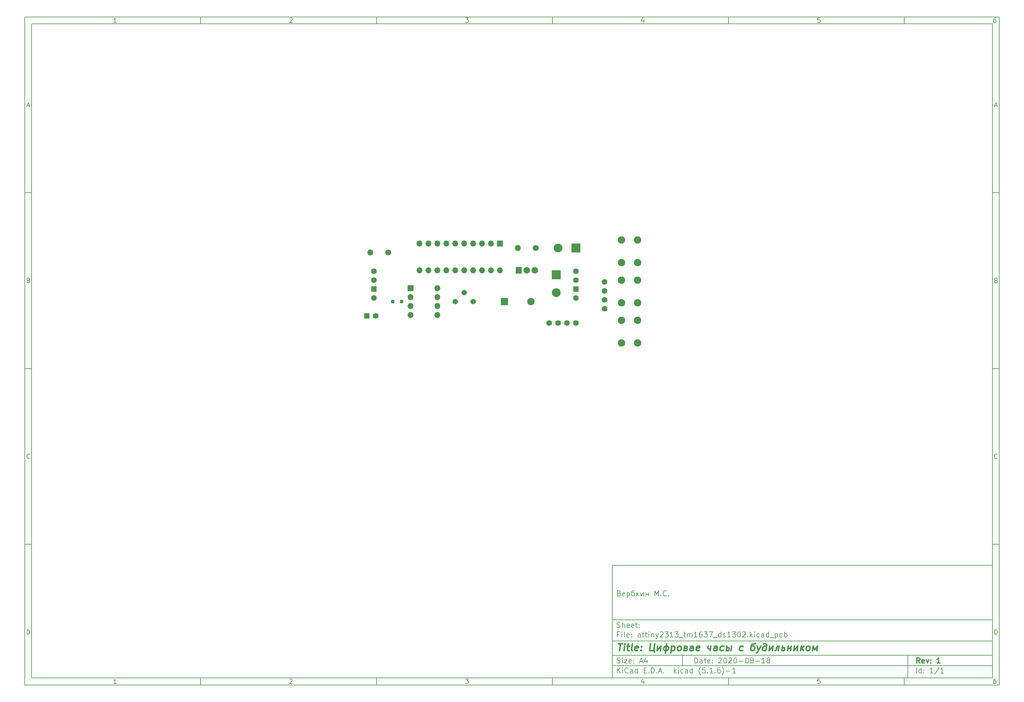
<source format=gbr>
%TF.GenerationSoftware,KiCad,Pcbnew,(5.1.6)-1*%
%TF.CreationDate,2020-08-18T15:16:32+05:00*%
%TF.ProjectId,attiny2313_tm1637_ds1302,61747469-6e79-4323-9331-335f746d3136,1*%
%TF.SameCoordinates,Original*%
%TF.FileFunction,Soldermask,Top*%
%TF.FilePolarity,Negative*%
%FSLAX46Y46*%
G04 Gerber Fmt 4.6, Leading zero omitted, Abs format (unit mm)*
G04 Created by KiCad (PCBNEW (5.1.6)-1) date 2020-08-18 15:16:32*
%MOMM*%
%LPD*%
G01*
G04 APERTURE LIST*
%ADD10C,0.100000*%
%ADD11C,0.150000*%
%ADD12C,0.300000*%
%ADD13C,0.400000*%
%ADD14C,1.624000*%
%ADD15R,1.624000X1.624000*%
%ADD16R,2.500000X2.500000*%
%ADD17O,2.500000X2.500000*%
%ADD18R,2.100000X2.100000*%
%ADD19C,2.100000*%
%ADD20C,1.540000*%
%ADD21O,1.700000X1.700000*%
%ADD22R,1.700000X1.700000*%
%ADD23C,1.100000*%
%ADD24C,1.700000*%
%ADD25R,1.814500X1.900000*%
%ADD26O,1.814500X1.900000*%
G04 APERTURE END LIST*
D10*
D11*
X177002200Y-166007200D02*
X177002200Y-198007200D01*
X285002200Y-198007200D01*
X285002200Y-166007200D01*
X177002200Y-166007200D01*
D10*
D11*
X10000000Y-10000000D02*
X10000000Y-200007200D01*
X287002200Y-200007200D01*
X287002200Y-10000000D01*
X10000000Y-10000000D01*
D10*
D11*
X12000000Y-12000000D02*
X12000000Y-198007200D01*
X285002200Y-198007200D01*
X285002200Y-12000000D01*
X12000000Y-12000000D01*
D10*
D11*
X60000000Y-12000000D02*
X60000000Y-10000000D01*
D10*
D11*
X110000000Y-12000000D02*
X110000000Y-10000000D01*
D10*
D11*
X160000000Y-12000000D02*
X160000000Y-10000000D01*
D10*
D11*
X210000000Y-12000000D02*
X210000000Y-10000000D01*
D10*
D11*
X260000000Y-12000000D02*
X260000000Y-10000000D01*
D10*
D11*
X36065476Y-11588095D02*
X35322619Y-11588095D01*
X35694047Y-11588095D02*
X35694047Y-10288095D01*
X35570238Y-10473809D01*
X35446428Y-10597619D01*
X35322619Y-10659523D01*
D10*
D11*
X85322619Y-10411904D02*
X85384523Y-10350000D01*
X85508333Y-10288095D01*
X85817857Y-10288095D01*
X85941666Y-10350000D01*
X86003571Y-10411904D01*
X86065476Y-10535714D01*
X86065476Y-10659523D01*
X86003571Y-10845238D01*
X85260714Y-11588095D01*
X86065476Y-11588095D01*
D10*
D11*
X135260714Y-10288095D02*
X136065476Y-10288095D01*
X135632142Y-10783333D01*
X135817857Y-10783333D01*
X135941666Y-10845238D01*
X136003571Y-10907142D01*
X136065476Y-11030952D01*
X136065476Y-11340476D01*
X136003571Y-11464285D01*
X135941666Y-11526190D01*
X135817857Y-11588095D01*
X135446428Y-11588095D01*
X135322619Y-11526190D01*
X135260714Y-11464285D01*
D10*
D11*
X185941666Y-10721428D02*
X185941666Y-11588095D01*
X185632142Y-10226190D02*
X185322619Y-11154761D01*
X186127380Y-11154761D01*
D10*
D11*
X236003571Y-10288095D02*
X235384523Y-10288095D01*
X235322619Y-10907142D01*
X235384523Y-10845238D01*
X235508333Y-10783333D01*
X235817857Y-10783333D01*
X235941666Y-10845238D01*
X236003571Y-10907142D01*
X236065476Y-11030952D01*
X236065476Y-11340476D01*
X236003571Y-11464285D01*
X235941666Y-11526190D01*
X235817857Y-11588095D01*
X235508333Y-11588095D01*
X235384523Y-11526190D01*
X235322619Y-11464285D01*
D10*
D11*
X285941666Y-10288095D02*
X285694047Y-10288095D01*
X285570238Y-10350000D01*
X285508333Y-10411904D01*
X285384523Y-10597619D01*
X285322619Y-10845238D01*
X285322619Y-11340476D01*
X285384523Y-11464285D01*
X285446428Y-11526190D01*
X285570238Y-11588095D01*
X285817857Y-11588095D01*
X285941666Y-11526190D01*
X286003571Y-11464285D01*
X286065476Y-11340476D01*
X286065476Y-11030952D01*
X286003571Y-10907142D01*
X285941666Y-10845238D01*
X285817857Y-10783333D01*
X285570238Y-10783333D01*
X285446428Y-10845238D01*
X285384523Y-10907142D01*
X285322619Y-11030952D01*
D10*
D11*
X60000000Y-198007200D02*
X60000000Y-200007200D01*
D10*
D11*
X110000000Y-198007200D02*
X110000000Y-200007200D01*
D10*
D11*
X160000000Y-198007200D02*
X160000000Y-200007200D01*
D10*
D11*
X210000000Y-198007200D02*
X210000000Y-200007200D01*
D10*
D11*
X260000000Y-198007200D02*
X260000000Y-200007200D01*
D10*
D11*
X36065476Y-199595295D02*
X35322619Y-199595295D01*
X35694047Y-199595295D02*
X35694047Y-198295295D01*
X35570238Y-198481009D01*
X35446428Y-198604819D01*
X35322619Y-198666723D01*
D10*
D11*
X85322619Y-198419104D02*
X85384523Y-198357200D01*
X85508333Y-198295295D01*
X85817857Y-198295295D01*
X85941666Y-198357200D01*
X86003571Y-198419104D01*
X86065476Y-198542914D01*
X86065476Y-198666723D01*
X86003571Y-198852438D01*
X85260714Y-199595295D01*
X86065476Y-199595295D01*
D10*
D11*
X135260714Y-198295295D02*
X136065476Y-198295295D01*
X135632142Y-198790533D01*
X135817857Y-198790533D01*
X135941666Y-198852438D01*
X136003571Y-198914342D01*
X136065476Y-199038152D01*
X136065476Y-199347676D01*
X136003571Y-199471485D01*
X135941666Y-199533390D01*
X135817857Y-199595295D01*
X135446428Y-199595295D01*
X135322619Y-199533390D01*
X135260714Y-199471485D01*
D10*
D11*
X185941666Y-198728628D02*
X185941666Y-199595295D01*
X185632142Y-198233390D02*
X185322619Y-199161961D01*
X186127380Y-199161961D01*
D10*
D11*
X236003571Y-198295295D02*
X235384523Y-198295295D01*
X235322619Y-198914342D01*
X235384523Y-198852438D01*
X235508333Y-198790533D01*
X235817857Y-198790533D01*
X235941666Y-198852438D01*
X236003571Y-198914342D01*
X236065476Y-199038152D01*
X236065476Y-199347676D01*
X236003571Y-199471485D01*
X235941666Y-199533390D01*
X235817857Y-199595295D01*
X235508333Y-199595295D01*
X235384523Y-199533390D01*
X235322619Y-199471485D01*
D10*
D11*
X285941666Y-198295295D02*
X285694047Y-198295295D01*
X285570238Y-198357200D01*
X285508333Y-198419104D01*
X285384523Y-198604819D01*
X285322619Y-198852438D01*
X285322619Y-199347676D01*
X285384523Y-199471485D01*
X285446428Y-199533390D01*
X285570238Y-199595295D01*
X285817857Y-199595295D01*
X285941666Y-199533390D01*
X286003571Y-199471485D01*
X286065476Y-199347676D01*
X286065476Y-199038152D01*
X286003571Y-198914342D01*
X285941666Y-198852438D01*
X285817857Y-198790533D01*
X285570238Y-198790533D01*
X285446428Y-198852438D01*
X285384523Y-198914342D01*
X285322619Y-199038152D01*
D10*
D11*
X10000000Y-60000000D02*
X12000000Y-60000000D01*
D10*
D11*
X10000000Y-110000000D02*
X12000000Y-110000000D01*
D10*
D11*
X10000000Y-160000000D02*
X12000000Y-160000000D01*
D10*
D11*
X10690476Y-35216666D02*
X11309523Y-35216666D01*
X10566666Y-35588095D02*
X11000000Y-34288095D01*
X11433333Y-35588095D01*
D10*
D11*
X11092857Y-84907142D02*
X11278571Y-84969047D01*
X11340476Y-85030952D01*
X11402380Y-85154761D01*
X11402380Y-85340476D01*
X11340476Y-85464285D01*
X11278571Y-85526190D01*
X11154761Y-85588095D01*
X10659523Y-85588095D01*
X10659523Y-84288095D01*
X11092857Y-84288095D01*
X11216666Y-84350000D01*
X11278571Y-84411904D01*
X11340476Y-84535714D01*
X11340476Y-84659523D01*
X11278571Y-84783333D01*
X11216666Y-84845238D01*
X11092857Y-84907142D01*
X10659523Y-84907142D01*
D10*
D11*
X11402380Y-135464285D02*
X11340476Y-135526190D01*
X11154761Y-135588095D01*
X11030952Y-135588095D01*
X10845238Y-135526190D01*
X10721428Y-135402380D01*
X10659523Y-135278571D01*
X10597619Y-135030952D01*
X10597619Y-134845238D01*
X10659523Y-134597619D01*
X10721428Y-134473809D01*
X10845238Y-134350000D01*
X11030952Y-134288095D01*
X11154761Y-134288095D01*
X11340476Y-134350000D01*
X11402380Y-134411904D01*
D10*
D11*
X10659523Y-185588095D02*
X10659523Y-184288095D01*
X10969047Y-184288095D01*
X11154761Y-184350000D01*
X11278571Y-184473809D01*
X11340476Y-184597619D01*
X11402380Y-184845238D01*
X11402380Y-185030952D01*
X11340476Y-185278571D01*
X11278571Y-185402380D01*
X11154761Y-185526190D01*
X10969047Y-185588095D01*
X10659523Y-185588095D01*
D10*
D11*
X287002200Y-60000000D02*
X285002200Y-60000000D01*
D10*
D11*
X287002200Y-110000000D02*
X285002200Y-110000000D01*
D10*
D11*
X287002200Y-160000000D02*
X285002200Y-160000000D01*
D10*
D11*
X285692676Y-35216666D02*
X286311723Y-35216666D01*
X285568866Y-35588095D02*
X286002200Y-34288095D01*
X286435533Y-35588095D01*
D10*
D11*
X286095057Y-84907142D02*
X286280771Y-84969047D01*
X286342676Y-85030952D01*
X286404580Y-85154761D01*
X286404580Y-85340476D01*
X286342676Y-85464285D01*
X286280771Y-85526190D01*
X286156961Y-85588095D01*
X285661723Y-85588095D01*
X285661723Y-84288095D01*
X286095057Y-84288095D01*
X286218866Y-84350000D01*
X286280771Y-84411904D01*
X286342676Y-84535714D01*
X286342676Y-84659523D01*
X286280771Y-84783333D01*
X286218866Y-84845238D01*
X286095057Y-84907142D01*
X285661723Y-84907142D01*
D10*
D11*
X286404580Y-135464285D02*
X286342676Y-135526190D01*
X286156961Y-135588095D01*
X286033152Y-135588095D01*
X285847438Y-135526190D01*
X285723628Y-135402380D01*
X285661723Y-135278571D01*
X285599819Y-135030952D01*
X285599819Y-134845238D01*
X285661723Y-134597619D01*
X285723628Y-134473809D01*
X285847438Y-134350000D01*
X286033152Y-134288095D01*
X286156961Y-134288095D01*
X286342676Y-134350000D01*
X286404580Y-134411904D01*
D10*
D11*
X285661723Y-185588095D02*
X285661723Y-184288095D01*
X285971247Y-184288095D01*
X286156961Y-184350000D01*
X286280771Y-184473809D01*
X286342676Y-184597619D01*
X286404580Y-184845238D01*
X286404580Y-185030952D01*
X286342676Y-185278571D01*
X286280771Y-185402380D01*
X286156961Y-185526190D01*
X285971247Y-185588095D01*
X285661723Y-185588095D01*
D10*
D11*
X200434342Y-193785771D02*
X200434342Y-192285771D01*
X200791485Y-192285771D01*
X201005771Y-192357200D01*
X201148628Y-192500057D01*
X201220057Y-192642914D01*
X201291485Y-192928628D01*
X201291485Y-193142914D01*
X201220057Y-193428628D01*
X201148628Y-193571485D01*
X201005771Y-193714342D01*
X200791485Y-193785771D01*
X200434342Y-193785771D01*
X202577200Y-193785771D02*
X202577200Y-193000057D01*
X202505771Y-192857200D01*
X202362914Y-192785771D01*
X202077200Y-192785771D01*
X201934342Y-192857200D01*
X202577200Y-193714342D02*
X202434342Y-193785771D01*
X202077200Y-193785771D01*
X201934342Y-193714342D01*
X201862914Y-193571485D01*
X201862914Y-193428628D01*
X201934342Y-193285771D01*
X202077200Y-193214342D01*
X202434342Y-193214342D01*
X202577200Y-193142914D01*
X203077200Y-192785771D02*
X203648628Y-192785771D01*
X203291485Y-192285771D02*
X203291485Y-193571485D01*
X203362914Y-193714342D01*
X203505771Y-193785771D01*
X203648628Y-193785771D01*
X204720057Y-193714342D02*
X204577200Y-193785771D01*
X204291485Y-193785771D01*
X204148628Y-193714342D01*
X204077200Y-193571485D01*
X204077200Y-193000057D01*
X204148628Y-192857200D01*
X204291485Y-192785771D01*
X204577200Y-192785771D01*
X204720057Y-192857200D01*
X204791485Y-193000057D01*
X204791485Y-193142914D01*
X204077200Y-193285771D01*
X205434342Y-193642914D02*
X205505771Y-193714342D01*
X205434342Y-193785771D01*
X205362914Y-193714342D01*
X205434342Y-193642914D01*
X205434342Y-193785771D01*
X205434342Y-192857200D02*
X205505771Y-192928628D01*
X205434342Y-193000057D01*
X205362914Y-192928628D01*
X205434342Y-192857200D01*
X205434342Y-193000057D01*
X207220057Y-192428628D02*
X207291485Y-192357200D01*
X207434342Y-192285771D01*
X207791485Y-192285771D01*
X207934342Y-192357200D01*
X208005771Y-192428628D01*
X208077200Y-192571485D01*
X208077200Y-192714342D01*
X208005771Y-192928628D01*
X207148628Y-193785771D01*
X208077200Y-193785771D01*
X209005771Y-192285771D02*
X209148628Y-192285771D01*
X209291485Y-192357200D01*
X209362914Y-192428628D01*
X209434342Y-192571485D01*
X209505771Y-192857200D01*
X209505771Y-193214342D01*
X209434342Y-193500057D01*
X209362914Y-193642914D01*
X209291485Y-193714342D01*
X209148628Y-193785771D01*
X209005771Y-193785771D01*
X208862914Y-193714342D01*
X208791485Y-193642914D01*
X208720057Y-193500057D01*
X208648628Y-193214342D01*
X208648628Y-192857200D01*
X208720057Y-192571485D01*
X208791485Y-192428628D01*
X208862914Y-192357200D01*
X209005771Y-192285771D01*
X210077200Y-192428628D02*
X210148628Y-192357200D01*
X210291485Y-192285771D01*
X210648628Y-192285771D01*
X210791485Y-192357200D01*
X210862914Y-192428628D01*
X210934342Y-192571485D01*
X210934342Y-192714342D01*
X210862914Y-192928628D01*
X210005771Y-193785771D01*
X210934342Y-193785771D01*
X211862914Y-192285771D02*
X212005771Y-192285771D01*
X212148628Y-192357200D01*
X212220057Y-192428628D01*
X212291485Y-192571485D01*
X212362914Y-192857200D01*
X212362914Y-193214342D01*
X212291485Y-193500057D01*
X212220057Y-193642914D01*
X212148628Y-193714342D01*
X212005771Y-193785771D01*
X211862914Y-193785771D01*
X211720057Y-193714342D01*
X211648628Y-193642914D01*
X211577200Y-193500057D01*
X211505771Y-193214342D01*
X211505771Y-192857200D01*
X211577200Y-192571485D01*
X211648628Y-192428628D01*
X211720057Y-192357200D01*
X211862914Y-192285771D01*
X213005771Y-193214342D02*
X214148628Y-193214342D01*
X215148628Y-192285771D02*
X215291485Y-192285771D01*
X215434342Y-192357200D01*
X215505771Y-192428628D01*
X215577200Y-192571485D01*
X215648628Y-192857200D01*
X215648628Y-193214342D01*
X215577200Y-193500057D01*
X215505771Y-193642914D01*
X215434342Y-193714342D01*
X215291485Y-193785771D01*
X215148628Y-193785771D01*
X215005771Y-193714342D01*
X214934342Y-193642914D01*
X214862914Y-193500057D01*
X214791485Y-193214342D01*
X214791485Y-192857200D01*
X214862914Y-192571485D01*
X214934342Y-192428628D01*
X215005771Y-192357200D01*
X215148628Y-192285771D01*
X216505771Y-192928628D02*
X216362914Y-192857200D01*
X216291485Y-192785771D01*
X216220057Y-192642914D01*
X216220057Y-192571485D01*
X216291485Y-192428628D01*
X216362914Y-192357200D01*
X216505771Y-192285771D01*
X216791485Y-192285771D01*
X216934342Y-192357200D01*
X217005771Y-192428628D01*
X217077200Y-192571485D01*
X217077200Y-192642914D01*
X217005771Y-192785771D01*
X216934342Y-192857200D01*
X216791485Y-192928628D01*
X216505771Y-192928628D01*
X216362914Y-193000057D01*
X216291485Y-193071485D01*
X216220057Y-193214342D01*
X216220057Y-193500057D01*
X216291485Y-193642914D01*
X216362914Y-193714342D01*
X216505771Y-193785771D01*
X216791485Y-193785771D01*
X216934342Y-193714342D01*
X217005771Y-193642914D01*
X217077200Y-193500057D01*
X217077200Y-193214342D01*
X217005771Y-193071485D01*
X216934342Y-193000057D01*
X216791485Y-192928628D01*
X217720057Y-193214342D02*
X218862914Y-193214342D01*
X220362914Y-193785771D02*
X219505771Y-193785771D01*
X219934342Y-193785771D02*
X219934342Y-192285771D01*
X219791485Y-192500057D01*
X219648628Y-192642914D01*
X219505771Y-192714342D01*
X221220057Y-192928628D02*
X221077200Y-192857200D01*
X221005771Y-192785771D01*
X220934342Y-192642914D01*
X220934342Y-192571485D01*
X221005771Y-192428628D01*
X221077200Y-192357200D01*
X221220057Y-192285771D01*
X221505771Y-192285771D01*
X221648628Y-192357200D01*
X221720057Y-192428628D01*
X221791485Y-192571485D01*
X221791485Y-192642914D01*
X221720057Y-192785771D01*
X221648628Y-192857200D01*
X221505771Y-192928628D01*
X221220057Y-192928628D01*
X221077200Y-193000057D01*
X221005771Y-193071485D01*
X220934342Y-193214342D01*
X220934342Y-193500057D01*
X221005771Y-193642914D01*
X221077200Y-193714342D01*
X221220057Y-193785771D01*
X221505771Y-193785771D01*
X221648628Y-193714342D01*
X221720057Y-193642914D01*
X221791485Y-193500057D01*
X221791485Y-193214342D01*
X221720057Y-193071485D01*
X221648628Y-193000057D01*
X221505771Y-192928628D01*
D10*
D11*
X177002200Y-194507200D02*
X285002200Y-194507200D01*
D10*
D11*
X178434342Y-196585771D02*
X178434342Y-195085771D01*
X179291485Y-196585771D02*
X178648628Y-195728628D01*
X179291485Y-195085771D02*
X178434342Y-195942914D01*
X179934342Y-196585771D02*
X179934342Y-195585771D01*
X179934342Y-195085771D02*
X179862914Y-195157200D01*
X179934342Y-195228628D01*
X180005771Y-195157200D01*
X179934342Y-195085771D01*
X179934342Y-195228628D01*
X181505771Y-196442914D02*
X181434342Y-196514342D01*
X181220057Y-196585771D01*
X181077200Y-196585771D01*
X180862914Y-196514342D01*
X180720057Y-196371485D01*
X180648628Y-196228628D01*
X180577200Y-195942914D01*
X180577200Y-195728628D01*
X180648628Y-195442914D01*
X180720057Y-195300057D01*
X180862914Y-195157200D01*
X181077200Y-195085771D01*
X181220057Y-195085771D01*
X181434342Y-195157200D01*
X181505771Y-195228628D01*
X182791485Y-196585771D02*
X182791485Y-195800057D01*
X182720057Y-195657200D01*
X182577200Y-195585771D01*
X182291485Y-195585771D01*
X182148628Y-195657200D01*
X182791485Y-196514342D02*
X182648628Y-196585771D01*
X182291485Y-196585771D01*
X182148628Y-196514342D01*
X182077200Y-196371485D01*
X182077200Y-196228628D01*
X182148628Y-196085771D01*
X182291485Y-196014342D01*
X182648628Y-196014342D01*
X182791485Y-195942914D01*
X184148628Y-196585771D02*
X184148628Y-195085771D01*
X184148628Y-196514342D02*
X184005771Y-196585771D01*
X183720057Y-196585771D01*
X183577200Y-196514342D01*
X183505771Y-196442914D01*
X183434342Y-196300057D01*
X183434342Y-195871485D01*
X183505771Y-195728628D01*
X183577200Y-195657200D01*
X183720057Y-195585771D01*
X184005771Y-195585771D01*
X184148628Y-195657200D01*
X186005771Y-195800057D02*
X186505771Y-195800057D01*
X186720057Y-196585771D02*
X186005771Y-196585771D01*
X186005771Y-195085771D01*
X186720057Y-195085771D01*
X187362914Y-196442914D02*
X187434342Y-196514342D01*
X187362914Y-196585771D01*
X187291485Y-196514342D01*
X187362914Y-196442914D01*
X187362914Y-196585771D01*
X188077200Y-196585771D02*
X188077200Y-195085771D01*
X188434342Y-195085771D01*
X188648628Y-195157200D01*
X188791485Y-195300057D01*
X188862914Y-195442914D01*
X188934342Y-195728628D01*
X188934342Y-195942914D01*
X188862914Y-196228628D01*
X188791485Y-196371485D01*
X188648628Y-196514342D01*
X188434342Y-196585771D01*
X188077200Y-196585771D01*
X189577200Y-196442914D02*
X189648628Y-196514342D01*
X189577200Y-196585771D01*
X189505771Y-196514342D01*
X189577200Y-196442914D01*
X189577200Y-196585771D01*
X190220057Y-196157200D02*
X190934342Y-196157200D01*
X190077200Y-196585771D02*
X190577200Y-195085771D01*
X191077200Y-196585771D01*
X191577200Y-196442914D02*
X191648628Y-196514342D01*
X191577200Y-196585771D01*
X191505771Y-196514342D01*
X191577200Y-196442914D01*
X191577200Y-196585771D01*
X194577200Y-196585771D02*
X194577200Y-195085771D01*
X194720057Y-196014342D02*
X195148628Y-196585771D01*
X195148628Y-195585771D02*
X194577200Y-196157200D01*
X195791485Y-196585771D02*
X195791485Y-195585771D01*
X195791485Y-195085771D02*
X195720057Y-195157200D01*
X195791485Y-195228628D01*
X195862914Y-195157200D01*
X195791485Y-195085771D01*
X195791485Y-195228628D01*
X197148628Y-196514342D02*
X197005771Y-196585771D01*
X196720057Y-196585771D01*
X196577200Y-196514342D01*
X196505771Y-196442914D01*
X196434342Y-196300057D01*
X196434342Y-195871485D01*
X196505771Y-195728628D01*
X196577200Y-195657200D01*
X196720057Y-195585771D01*
X197005771Y-195585771D01*
X197148628Y-195657200D01*
X198434342Y-196585771D02*
X198434342Y-195800057D01*
X198362914Y-195657200D01*
X198220057Y-195585771D01*
X197934342Y-195585771D01*
X197791485Y-195657200D01*
X198434342Y-196514342D02*
X198291485Y-196585771D01*
X197934342Y-196585771D01*
X197791485Y-196514342D01*
X197720057Y-196371485D01*
X197720057Y-196228628D01*
X197791485Y-196085771D01*
X197934342Y-196014342D01*
X198291485Y-196014342D01*
X198434342Y-195942914D01*
X199791485Y-196585771D02*
X199791485Y-195085771D01*
X199791485Y-196514342D02*
X199648628Y-196585771D01*
X199362914Y-196585771D01*
X199220057Y-196514342D01*
X199148628Y-196442914D01*
X199077200Y-196300057D01*
X199077200Y-195871485D01*
X199148628Y-195728628D01*
X199220057Y-195657200D01*
X199362914Y-195585771D01*
X199648628Y-195585771D01*
X199791485Y-195657200D01*
X202077200Y-197157200D02*
X202005771Y-197085771D01*
X201862914Y-196871485D01*
X201791485Y-196728628D01*
X201720057Y-196514342D01*
X201648628Y-196157200D01*
X201648628Y-195871485D01*
X201720057Y-195514342D01*
X201791485Y-195300057D01*
X201862914Y-195157200D01*
X202005771Y-194942914D01*
X202077200Y-194871485D01*
X203362914Y-195085771D02*
X202648628Y-195085771D01*
X202577200Y-195800057D01*
X202648628Y-195728628D01*
X202791485Y-195657200D01*
X203148628Y-195657200D01*
X203291485Y-195728628D01*
X203362914Y-195800057D01*
X203434342Y-195942914D01*
X203434342Y-196300057D01*
X203362914Y-196442914D01*
X203291485Y-196514342D01*
X203148628Y-196585771D01*
X202791485Y-196585771D01*
X202648628Y-196514342D01*
X202577200Y-196442914D01*
X204077200Y-196442914D02*
X204148628Y-196514342D01*
X204077200Y-196585771D01*
X204005771Y-196514342D01*
X204077200Y-196442914D01*
X204077200Y-196585771D01*
X205577200Y-196585771D02*
X204720057Y-196585771D01*
X205148628Y-196585771D02*
X205148628Y-195085771D01*
X205005771Y-195300057D01*
X204862914Y-195442914D01*
X204720057Y-195514342D01*
X206220057Y-196442914D02*
X206291485Y-196514342D01*
X206220057Y-196585771D01*
X206148628Y-196514342D01*
X206220057Y-196442914D01*
X206220057Y-196585771D01*
X207577200Y-195085771D02*
X207291485Y-195085771D01*
X207148628Y-195157200D01*
X207077200Y-195228628D01*
X206934342Y-195442914D01*
X206862914Y-195728628D01*
X206862914Y-196300057D01*
X206934342Y-196442914D01*
X207005771Y-196514342D01*
X207148628Y-196585771D01*
X207434342Y-196585771D01*
X207577200Y-196514342D01*
X207648628Y-196442914D01*
X207720057Y-196300057D01*
X207720057Y-195942914D01*
X207648628Y-195800057D01*
X207577200Y-195728628D01*
X207434342Y-195657200D01*
X207148628Y-195657200D01*
X207005771Y-195728628D01*
X206934342Y-195800057D01*
X206862914Y-195942914D01*
X208220057Y-197157200D02*
X208291485Y-197085771D01*
X208434342Y-196871485D01*
X208505771Y-196728628D01*
X208577200Y-196514342D01*
X208648628Y-196157200D01*
X208648628Y-195871485D01*
X208577200Y-195514342D01*
X208505771Y-195300057D01*
X208434342Y-195157200D01*
X208291485Y-194942914D01*
X208220057Y-194871485D01*
X209362914Y-196014342D02*
X210505771Y-196014342D01*
X212005771Y-196585771D02*
X211148628Y-196585771D01*
X211577200Y-196585771D02*
X211577200Y-195085771D01*
X211434342Y-195300057D01*
X211291485Y-195442914D01*
X211148628Y-195514342D01*
D10*
D11*
X177002200Y-191507200D02*
X285002200Y-191507200D01*
D10*
D12*
X264411485Y-193785771D02*
X263911485Y-193071485D01*
X263554342Y-193785771D02*
X263554342Y-192285771D01*
X264125771Y-192285771D01*
X264268628Y-192357200D01*
X264340057Y-192428628D01*
X264411485Y-192571485D01*
X264411485Y-192785771D01*
X264340057Y-192928628D01*
X264268628Y-193000057D01*
X264125771Y-193071485D01*
X263554342Y-193071485D01*
X265625771Y-193714342D02*
X265482914Y-193785771D01*
X265197200Y-193785771D01*
X265054342Y-193714342D01*
X264982914Y-193571485D01*
X264982914Y-193000057D01*
X265054342Y-192857200D01*
X265197200Y-192785771D01*
X265482914Y-192785771D01*
X265625771Y-192857200D01*
X265697200Y-193000057D01*
X265697200Y-193142914D01*
X264982914Y-193285771D01*
X266197200Y-192785771D02*
X266554342Y-193785771D01*
X266911485Y-192785771D01*
X267482914Y-193642914D02*
X267554342Y-193714342D01*
X267482914Y-193785771D01*
X267411485Y-193714342D01*
X267482914Y-193642914D01*
X267482914Y-193785771D01*
X267482914Y-192857200D02*
X267554342Y-192928628D01*
X267482914Y-193000057D01*
X267411485Y-192928628D01*
X267482914Y-192857200D01*
X267482914Y-193000057D01*
X270125771Y-193785771D02*
X269268628Y-193785771D01*
X269697200Y-193785771D02*
X269697200Y-192285771D01*
X269554342Y-192500057D01*
X269411485Y-192642914D01*
X269268628Y-192714342D01*
D10*
D11*
X178362914Y-193714342D02*
X178577200Y-193785771D01*
X178934342Y-193785771D01*
X179077200Y-193714342D01*
X179148628Y-193642914D01*
X179220057Y-193500057D01*
X179220057Y-193357200D01*
X179148628Y-193214342D01*
X179077200Y-193142914D01*
X178934342Y-193071485D01*
X178648628Y-193000057D01*
X178505771Y-192928628D01*
X178434342Y-192857200D01*
X178362914Y-192714342D01*
X178362914Y-192571485D01*
X178434342Y-192428628D01*
X178505771Y-192357200D01*
X178648628Y-192285771D01*
X179005771Y-192285771D01*
X179220057Y-192357200D01*
X179862914Y-193785771D02*
X179862914Y-192785771D01*
X179862914Y-192285771D02*
X179791485Y-192357200D01*
X179862914Y-192428628D01*
X179934342Y-192357200D01*
X179862914Y-192285771D01*
X179862914Y-192428628D01*
X180434342Y-192785771D02*
X181220057Y-192785771D01*
X180434342Y-193785771D01*
X181220057Y-193785771D01*
X182362914Y-193714342D02*
X182220057Y-193785771D01*
X181934342Y-193785771D01*
X181791485Y-193714342D01*
X181720057Y-193571485D01*
X181720057Y-193000057D01*
X181791485Y-192857200D01*
X181934342Y-192785771D01*
X182220057Y-192785771D01*
X182362914Y-192857200D01*
X182434342Y-193000057D01*
X182434342Y-193142914D01*
X181720057Y-193285771D01*
X183077200Y-193642914D02*
X183148628Y-193714342D01*
X183077200Y-193785771D01*
X183005771Y-193714342D01*
X183077200Y-193642914D01*
X183077200Y-193785771D01*
X183077200Y-192857200D02*
X183148628Y-192928628D01*
X183077200Y-193000057D01*
X183005771Y-192928628D01*
X183077200Y-192857200D01*
X183077200Y-193000057D01*
X184862914Y-193357200D02*
X185577200Y-193357200D01*
X184720057Y-193785771D02*
X185220057Y-192285771D01*
X185720057Y-193785771D01*
X186862914Y-192785771D02*
X186862914Y-193785771D01*
X186505771Y-192214342D02*
X186148628Y-193285771D01*
X187077200Y-193285771D01*
D10*
D11*
X263434342Y-196585771D02*
X263434342Y-195085771D01*
X264791485Y-196585771D02*
X264791485Y-195085771D01*
X264791485Y-196514342D02*
X264648628Y-196585771D01*
X264362914Y-196585771D01*
X264220057Y-196514342D01*
X264148628Y-196442914D01*
X264077200Y-196300057D01*
X264077200Y-195871485D01*
X264148628Y-195728628D01*
X264220057Y-195657200D01*
X264362914Y-195585771D01*
X264648628Y-195585771D01*
X264791485Y-195657200D01*
X265505771Y-196442914D02*
X265577200Y-196514342D01*
X265505771Y-196585771D01*
X265434342Y-196514342D01*
X265505771Y-196442914D01*
X265505771Y-196585771D01*
X265505771Y-195657200D02*
X265577200Y-195728628D01*
X265505771Y-195800057D01*
X265434342Y-195728628D01*
X265505771Y-195657200D01*
X265505771Y-195800057D01*
X268148628Y-196585771D02*
X267291485Y-196585771D01*
X267720057Y-196585771D02*
X267720057Y-195085771D01*
X267577200Y-195300057D01*
X267434342Y-195442914D01*
X267291485Y-195514342D01*
X269862914Y-195014342D02*
X268577200Y-196942914D01*
X271148628Y-196585771D02*
X270291485Y-196585771D01*
X270720057Y-196585771D02*
X270720057Y-195085771D01*
X270577200Y-195300057D01*
X270434342Y-195442914D01*
X270291485Y-195514342D01*
D10*
D11*
X177002200Y-187507200D02*
X285002200Y-187507200D01*
D10*
D13*
X178714580Y-188211961D02*
X179857438Y-188211961D01*
X179036009Y-190211961D02*
X179286009Y-188211961D01*
X180274104Y-190211961D02*
X180440771Y-188878628D01*
X180524104Y-188211961D02*
X180416961Y-188307200D01*
X180500295Y-188402438D01*
X180607438Y-188307200D01*
X180524104Y-188211961D01*
X180500295Y-188402438D01*
X181107438Y-188878628D02*
X181869342Y-188878628D01*
X181476485Y-188211961D02*
X181262200Y-189926247D01*
X181333628Y-190116723D01*
X181512200Y-190211961D01*
X181702676Y-190211961D01*
X182655057Y-190211961D02*
X182476485Y-190116723D01*
X182405057Y-189926247D01*
X182619342Y-188211961D01*
X184190771Y-190116723D02*
X183988390Y-190211961D01*
X183607438Y-190211961D01*
X183428866Y-190116723D01*
X183357438Y-189926247D01*
X183452676Y-189164342D01*
X183571723Y-188973866D01*
X183774104Y-188878628D01*
X184155057Y-188878628D01*
X184333628Y-188973866D01*
X184405057Y-189164342D01*
X184381247Y-189354819D01*
X183405057Y-189545295D01*
X185155057Y-190021485D02*
X185238390Y-190116723D01*
X185131247Y-190211961D01*
X185047914Y-190116723D01*
X185155057Y-190021485D01*
X185131247Y-190211961D01*
X185286009Y-188973866D02*
X185369342Y-189069104D01*
X185262200Y-189164342D01*
X185178866Y-189069104D01*
X185286009Y-188973866D01*
X185262200Y-189164342D01*
X189000295Y-188211961D02*
X188750295Y-190211961D01*
X187857438Y-188211961D02*
X187607438Y-190211961D01*
X188940771Y-190211961D01*
X188881247Y-190688152D01*
X189869342Y-188878628D02*
X189702676Y-190211961D01*
X190821723Y-188878628D01*
X190655057Y-190211961D01*
X192428866Y-188211961D02*
X192095533Y-190878628D01*
X192155057Y-188878628D02*
X192536009Y-188878628D01*
X192714580Y-188973866D01*
X192881247Y-189164342D01*
X192952676Y-189354819D01*
X192905057Y-189735771D01*
X192786009Y-189926247D01*
X192571723Y-190116723D01*
X192369342Y-190211961D01*
X191988390Y-190211961D01*
X191809819Y-190116723D01*
X191643152Y-189926247D01*
X191571723Y-189735771D01*
X191619342Y-189354819D01*
X191738390Y-189164342D01*
X191952676Y-188973866D01*
X192155057Y-188878628D01*
X193869342Y-188878628D02*
X193619342Y-190878628D01*
X193857438Y-188973866D02*
X194059819Y-188878628D01*
X194440771Y-188878628D01*
X194619342Y-188973866D01*
X194702676Y-189069104D01*
X194774104Y-189259580D01*
X194702676Y-189831009D01*
X194583628Y-190021485D01*
X194476485Y-190116723D01*
X194274104Y-190211961D01*
X193893152Y-190211961D01*
X193714580Y-190116723D01*
X195797914Y-190211961D02*
X195619342Y-190116723D01*
X195536009Y-190021485D01*
X195464580Y-189831009D01*
X195536009Y-189259580D01*
X195655057Y-189069104D01*
X195762200Y-188973866D01*
X195964580Y-188878628D01*
X196250295Y-188878628D01*
X196428866Y-188973866D01*
X196512200Y-189069104D01*
X196583628Y-189259580D01*
X196512200Y-189831009D01*
X196393152Y-190021485D01*
X196286009Y-190116723D01*
X196083628Y-190211961D01*
X195797914Y-190211961D01*
X197881247Y-189545295D02*
X198155057Y-189640533D01*
X198226485Y-189831009D01*
X198214580Y-189926247D01*
X198095533Y-190116723D01*
X197893152Y-190211961D01*
X197321723Y-190211961D01*
X197488390Y-188878628D01*
X197964580Y-188878628D01*
X198143152Y-188973866D01*
X198214580Y-189164342D01*
X198202676Y-189259580D01*
X198083628Y-189450057D01*
X197881247Y-189545295D01*
X197405057Y-189545295D01*
X199893152Y-190211961D02*
X200024104Y-189164342D01*
X199952676Y-188973866D01*
X199774104Y-188878628D01*
X199393152Y-188878628D01*
X199190771Y-188973866D01*
X199905057Y-190116723D02*
X199702676Y-190211961D01*
X199226485Y-190211961D01*
X199047914Y-190116723D01*
X198976485Y-189926247D01*
X199000295Y-189735771D01*
X199119342Y-189545295D01*
X199321723Y-189450057D01*
X199797914Y-189450057D01*
X200000295Y-189354819D01*
X201619342Y-190116723D02*
X201416961Y-190211961D01*
X201036009Y-190211961D01*
X200857438Y-190116723D01*
X200786009Y-189926247D01*
X200881247Y-189164342D01*
X201000295Y-188973866D01*
X201202676Y-188878628D01*
X201583628Y-188878628D01*
X201762200Y-188973866D01*
X201833628Y-189164342D01*
X201809819Y-189354819D01*
X200833628Y-189545295D01*
X204916961Y-188878628D02*
X204750295Y-190211961D01*
X204155057Y-188878628D02*
X204095533Y-189354819D01*
X204166961Y-189545295D01*
X204345533Y-189640533D01*
X204821723Y-189640533D01*
X206655057Y-190211961D02*
X206786009Y-189164342D01*
X206714580Y-188973866D01*
X206536009Y-188878628D01*
X206155057Y-188878628D01*
X205952676Y-188973866D01*
X206666961Y-190116723D02*
X206464580Y-190211961D01*
X205988390Y-190211961D01*
X205809819Y-190116723D01*
X205738390Y-189926247D01*
X205762200Y-189735771D01*
X205881247Y-189545295D01*
X206083628Y-189450057D01*
X206559819Y-189450057D01*
X206762200Y-189354819D01*
X208476485Y-190116723D02*
X208274104Y-190211961D01*
X207893152Y-190211961D01*
X207714580Y-190116723D01*
X207631247Y-190021485D01*
X207559819Y-189831009D01*
X207631247Y-189259580D01*
X207750295Y-189069104D01*
X207857438Y-188973866D01*
X208059819Y-188878628D01*
X208440771Y-188878628D01*
X208619342Y-188973866D01*
X210821723Y-188878628D02*
X210655057Y-190211961D01*
X209488390Y-188878628D02*
X209321723Y-190211961D01*
X209797914Y-190211961D01*
X210000295Y-190116723D01*
X210119342Y-189926247D01*
X210155057Y-189640533D01*
X210083628Y-189450057D01*
X209905057Y-189354819D01*
X209428866Y-189354819D01*
X214000295Y-190116723D02*
X213797914Y-190211961D01*
X213416961Y-190211961D01*
X213238390Y-190116723D01*
X213155057Y-190021485D01*
X213083628Y-189831009D01*
X213155057Y-189259580D01*
X213274104Y-189069104D01*
X213381247Y-188973866D01*
X213583628Y-188878628D01*
X213964580Y-188878628D01*
X214143152Y-188973866D01*
X217583628Y-188116723D02*
X217476485Y-188211961D01*
X217274104Y-188307200D01*
X216893152Y-188307200D01*
X216690771Y-188402438D01*
X216583628Y-188497676D01*
X216464580Y-188688152D01*
X216321723Y-189831009D01*
X216393152Y-190021485D01*
X216476485Y-190116723D01*
X216655057Y-190211961D01*
X216940771Y-190211961D01*
X217143152Y-190116723D01*
X217250295Y-190021485D01*
X217369342Y-189831009D01*
X217440771Y-189259580D01*
X217369342Y-189069104D01*
X217286009Y-188973866D01*
X217107438Y-188878628D01*
X216726485Y-188878628D01*
X216524104Y-188973866D01*
X216416961Y-189069104D01*
X218155057Y-188878628D02*
X218464580Y-190211961D01*
X219107438Y-188878628D02*
X218464580Y-190211961D01*
X218214580Y-190688152D01*
X218107438Y-190783390D01*
X217905057Y-190878628D01*
X220797914Y-189069104D02*
X220714580Y-188973866D01*
X220536009Y-188878628D01*
X220155057Y-188878628D01*
X219952676Y-188973866D01*
X219845533Y-189069104D01*
X219726485Y-189259580D01*
X219655057Y-189831009D01*
X219726485Y-190021485D01*
X219809819Y-190116723D01*
X219988390Y-190211961D01*
X220274104Y-190211961D01*
X220476485Y-190116723D01*
X220583628Y-190021485D01*
X220702676Y-189831009D01*
X220857438Y-188592914D01*
X220786009Y-188402438D01*
X220702676Y-188307200D01*
X220524104Y-188211961D01*
X220143152Y-188211961D01*
X219940771Y-188307200D01*
X221678866Y-188878628D02*
X221512200Y-190211961D01*
X222631247Y-188878628D01*
X222464580Y-190211961D01*
X224178866Y-190211961D02*
X224345533Y-188878628D01*
X224059819Y-188878628D01*
X223857438Y-188973866D01*
X223738390Y-189164342D01*
X223547914Y-189926247D01*
X223428866Y-190116723D01*
X223226485Y-190211961D01*
X225297914Y-188878628D02*
X225131247Y-190211961D01*
X225607438Y-190211961D01*
X225809819Y-190116723D01*
X225928866Y-189926247D01*
X225964580Y-189640533D01*
X225893152Y-189450057D01*
X225714580Y-189354819D01*
X225238390Y-189354819D01*
X226833628Y-189545295D02*
X227690771Y-189545295D01*
X226916961Y-188878628D02*
X226750295Y-190211961D01*
X227774104Y-188878628D02*
X227607438Y-190211961D01*
X228726485Y-188878628D02*
X228559819Y-190211961D01*
X229678866Y-188878628D01*
X229512199Y-190211961D01*
X230631247Y-188878628D02*
X230464580Y-190211961D01*
X230750295Y-189450057D02*
X231226485Y-190211961D01*
X231393152Y-188878628D02*
X230536009Y-189640533D01*
X232369342Y-190211961D02*
X232190771Y-190116723D01*
X232107438Y-190021485D01*
X232036009Y-189831009D01*
X232107438Y-189259580D01*
X232226485Y-189069104D01*
X232333628Y-188973866D01*
X232536009Y-188878628D01*
X232821723Y-188878628D01*
X233000295Y-188973866D01*
X233083628Y-189069104D01*
X233155057Y-189259580D01*
X233083628Y-189831009D01*
X232964580Y-190021485D01*
X232857438Y-190116723D01*
X232655057Y-190211961D01*
X232369342Y-190211961D01*
X233893152Y-190211961D02*
X234059819Y-188878628D01*
X234500295Y-189926247D01*
X235202676Y-188878628D01*
X235036009Y-190211961D01*
D10*
D11*
X178934342Y-185600057D02*
X178434342Y-185600057D01*
X178434342Y-186385771D02*
X178434342Y-184885771D01*
X179148628Y-184885771D01*
X179720057Y-186385771D02*
X179720057Y-185385771D01*
X179720057Y-184885771D02*
X179648628Y-184957200D01*
X179720057Y-185028628D01*
X179791485Y-184957200D01*
X179720057Y-184885771D01*
X179720057Y-185028628D01*
X180648628Y-186385771D02*
X180505771Y-186314342D01*
X180434342Y-186171485D01*
X180434342Y-184885771D01*
X181791485Y-186314342D02*
X181648628Y-186385771D01*
X181362914Y-186385771D01*
X181220057Y-186314342D01*
X181148628Y-186171485D01*
X181148628Y-185600057D01*
X181220057Y-185457200D01*
X181362914Y-185385771D01*
X181648628Y-185385771D01*
X181791485Y-185457200D01*
X181862914Y-185600057D01*
X181862914Y-185742914D01*
X181148628Y-185885771D01*
X182505771Y-186242914D02*
X182577200Y-186314342D01*
X182505771Y-186385771D01*
X182434342Y-186314342D01*
X182505771Y-186242914D01*
X182505771Y-186385771D01*
X182505771Y-185457200D02*
X182577200Y-185528628D01*
X182505771Y-185600057D01*
X182434342Y-185528628D01*
X182505771Y-185457200D01*
X182505771Y-185600057D01*
X185005771Y-186385771D02*
X185005771Y-185600057D01*
X184934342Y-185457200D01*
X184791485Y-185385771D01*
X184505771Y-185385771D01*
X184362914Y-185457200D01*
X185005771Y-186314342D02*
X184862914Y-186385771D01*
X184505771Y-186385771D01*
X184362914Y-186314342D01*
X184291485Y-186171485D01*
X184291485Y-186028628D01*
X184362914Y-185885771D01*
X184505771Y-185814342D01*
X184862914Y-185814342D01*
X185005771Y-185742914D01*
X185505771Y-185385771D02*
X186077200Y-185385771D01*
X185720057Y-184885771D02*
X185720057Y-186171485D01*
X185791485Y-186314342D01*
X185934342Y-186385771D01*
X186077200Y-186385771D01*
X186362914Y-185385771D02*
X186934342Y-185385771D01*
X186577200Y-184885771D02*
X186577200Y-186171485D01*
X186648628Y-186314342D01*
X186791485Y-186385771D01*
X186934342Y-186385771D01*
X187434342Y-186385771D02*
X187434342Y-185385771D01*
X187434342Y-184885771D02*
X187362914Y-184957200D01*
X187434342Y-185028628D01*
X187505771Y-184957200D01*
X187434342Y-184885771D01*
X187434342Y-185028628D01*
X188148628Y-185385771D02*
X188148628Y-186385771D01*
X188148628Y-185528628D02*
X188220057Y-185457200D01*
X188362914Y-185385771D01*
X188577200Y-185385771D01*
X188720057Y-185457200D01*
X188791485Y-185600057D01*
X188791485Y-186385771D01*
X189362914Y-185385771D02*
X189720057Y-186385771D01*
X190077200Y-185385771D02*
X189720057Y-186385771D01*
X189577200Y-186742914D01*
X189505771Y-186814342D01*
X189362914Y-186885771D01*
X190577200Y-185028628D02*
X190648628Y-184957200D01*
X190791485Y-184885771D01*
X191148628Y-184885771D01*
X191291485Y-184957200D01*
X191362914Y-185028628D01*
X191434342Y-185171485D01*
X191434342Y-185314342D01*
X191362914Y-185528628D01*
X190505771Y-186385771D01*
X191434342Y-186385771D01*
X191934342Y-184885771D02*
X192862914Y-184885771D01*
X192362914Y-185457200D01*
X192577200Y-185457200D01*
X192720057Y-185528628D01*
X192791485Y-185600057D01*
X192862914Y-185742914D01*
X192862914Y-186100057D01*
X192791485Y-186242914D01*
X192720057Y-186314342D01*
X192577200Y-186385771D01*
X192148628Y-186385771D01*
X192005771Y-186314342D01*
X191934342Y-186242914D01*
X194291485Y-186385771D02*
X193434342Y-186385771D01*
X193862914Y-186385771D02*
X193862914Y-184885771D01*
X193720057Y-185100057D01*
X193577200Y-185242914D01*
X193434342Y-185314342D01*
X194791485Y-184885771D02*
X195720057Y-184885771D01*
X195220057Y-185457200D01*
X195434342Y-185457200D01*
X195577200Y-185528628D01*
X195648628Y-185600057D01*
X195720057Y-185742914D01*
X195720057Y-186100057D01*
X195648628Y-186242914D01*
X195577200Y-186314342D01*
X195434342Y-186385771D01*
X195005771Y-186385771D01*
X194862914Y-186314342D01*
X194791485Y-186242914D01*
X196005771Y-186528628D02*
X197148628Y-186528628D01*
X197291485Y-185385771D02*
X197862914Y-185385771D01*
X197505771Y-184885771D02*
X197505771Y-186171485D01*
X197577200Y-186314342D01*
X197720057Y-186385771D01*
X197862914Y-186385771D01*
X198362914Y-186385771D02*
X198362914Y-185385771D01*
X198362914Y-185528628D02*
X198434342Y-185457200D01*
X198577200Y-185385771D01*
X198791485Y-185385771D01*
X198934342Y-185457200D01*
X199005771Y-185600057D01*
X199005771Y-186385771D01*
X199005771Y-185600057D02*
X199077200Y-185457200D01*
X199220057Y-185385771D01*
X199434342Y-185385771D01*
X199577200Y-185457200D01*
X199648628Y-185600057D01*
X199648628Y-186385771D01*
X201148628Y-186385771D02*
X200291485Y-186385771D01*
X200720057Y-186385771D02*
X200720057Y-184885771D01*
X200577200Y-185100057D01*
X200434342Y-185242914D01*
X200291485Y-185314342D01*
X202434342Y-184885771D02*
X202148628Y-184885771D01*
X202005771Y-184957200D01*
X201934342Y-185028628D01*
X201791485Y-185242914D01*
X201720057Y-185528628D01*
X201720057Y-186100057D01*
X201791485Y-186242914D01*
X201862914Y-186314342D01*
X202005771Y-186385771D01*
X202291485Y-186385771D01*
X202434342Y-186314342D01*
X202505771Y-186242914D01*
X202577200Y-186100057D01*
X202577200Y-185742914D01*
X202505771Y-185600057D01*
X202434342Y-185528628D01*
X202291485Y-185457200D01*
X202005771Y-185457200D01*
X201862914Y-185528628D01*
X201791485Y-185600057D01*
X201720057Y-185742914D01*
X203077200Y-184885771D02*
X204005771Y-184885771D01*
X203505771Y-185457200D01*
X203720057Y-185457200D01*
X203862914Y-185528628D01*
X203934342Y-185600057D01*
X204005771Y-185742914D01*
X204005771Y-186100057D01*
X203934342Y-186242914D01*
X203862914Y-186314342D01*
X203720057Y-186385771D01*
X203291485Y-186385771D01*
X203148628Y-186314342D01*
X203077200Y-186242914D01*
X204505771Y-184885771D02*
X205505771Y-184885771D01*
X204862914Y-186385771D01*
X205720057Y-186528628D02*
X206862914Y-186528628D01*
X207862914Y-186385771D02*
X207862914Y-184885771D01*
X207862914Y-186314342D02*
X207720057Y-186385771D01*
X207434342Y-186385771D01*
X207291485Y-186314342D01*
X207220057Y-186242914D01*
X207148628Y-186100057D01*
X207148628Y-185671485D01*
X207220057Y-185528628D01*
X207291485Y-185457200D01*
X207434342Y-185385771D01*
X207720057Y-185385771D01*
X207862914Y-185457200D01*
X208505771Y-186314342D02*
X208648628Y-186385771D01*
X208934342Y-186385771D01*
X209077200Y-186314342D01*
X209148628Y-186171485D01*
X209148628Y-186100057D01*
X209077200Y-185957200D01*
X208934342Y-185885771D01*
X208720057Y-185885771D01*
X208577200Y-185814342D01*
X208505771Y-185671485D01*
X208505771Y-185600057D01*
X208577200Y-185457200D01*
X208720057Y-185385771D01*
X208934342Y-185385771D01*
X209077200Y-185457200D01*
X210577200Y-186385771D02*
X209720057Y-186385771D01*
X210148628Y-186385771D02*
X210148628Y-184885771D01*
X210005771Y-185100057D01*
X209862914Y-185242914D01*
X209720057Y-185314342D01*
X211077200Y-184885771D02*
X212005771Y-184885771D01*
X211505771Y-185457200D01*
X211720057Y-185457200D01*
X211862914Y-185528628D01*
X211934342Y-185600057D01*
X212005771Y-185742914D01*
X212005771Y-186100057D01*
X211934342Y-186242914D01*
X211862914Y-186314342D01*
X211720057Y-186385771D01*
X211291485Y-186385771D01*
X211148628Y-186314342D01*
X211077200Y-186242914D01*
X212934342Y-184885771D02*
X213077200Y-184885771D01*
X213220057Y-184957200D01*
X213291485Y-185028628D01*
X213362914Y-185171485D01*
X213434342Y-185457200D01*
X213434342Y-185814342D01*
X213362914Y-186100057D01*
X213291485Y-186242914D01*
X213220057Y-186314342D01*
X213077200Y-186385771D01*
X212934342Y-186385771D01*
X212791485Y-186314342D01*
X212720057Y-186242914D01*
X212648628Y-186100057D01*
X212577200Y-185814342D01*
X212577200Y-185457200D01*
X212648628Y-185171485D01*
X212720057Y-185028628D01*
X212791485Y-184957200D01*
X212934342Y-184885771D01*
X214005771Y-185028628D02*
X214077200Y-184957200D01*
X214220057Y-184885771D01*
X214577200Y-184885771D01*
X214720057Y-184957200D01*
X214791485Y-185028628D01*
X214862914Y-185171485D01*
X214862914Y-185314342D01*
X214791485Y-185528628D01*
X213934342Y-186385771D01*
X214862914Y-186385771D01*
X215505771Y-186242914D02*
X215577200Y-186314342D01*
X215505771Y-186385771D01*
X215434342Y-186314342D01*
X215505771Y-186242914D01*
X215505771Y-186385771D01*
X216220057Y-186385771D02*
X216220057Y-184885771D01*
X216362914Y-185814342D02*
X216791485Y-186385771D01*
X216791485Y-185385771D02*
X216220057Y-185957200D01*
X217434342Y-186385771D02*
X217434342Y-185385771D01*
X217434342Y-184885771D02*
X217362914Y-184957200D01*
X217434342Y-185028628D01*
X217505771Y-184957200D01*
X217434342Y-184885771D01*
X217434342Y-185028628D01*
X218791485Y-186314342D02*
X218648628Y-186385771D01*
X218362914Y-186385771D01*
X218220057Y-186314342D01*
X218148628Y-186242914D01*
X218077200Y-186100057D01*
X218077200Y-185671485D01*
X218148628Y-185528628D01*
X218220057Y-185457200D01*
X218362914Y-185385771D01*
X218648628Y-185385771D01*
X218791485Y-185457200D01*
X220077200Y-186385771D02*
X220077200Y-185600057D01*
X220005771Y-185457200D01*
X219862914Y-185385771D01*
X219577200Y-185385771D01*
X219434342Y-185457200D01*
X220077200Y-186314342D02*
X219934342Y-186385771D01*
X219577200Y-186385771D01*
X219434342Y-186314342D01*
X219362914Y-186171485D01*
X219362914Y-186028628D01*
X219434342Y-185885771D01*
X219577200Y-185814342D01*
X219934342Y-185814342D01*
X220077200Y-185742914D01*
X221434342Y-186385771D02*
X221434342Y-184885771D01*
X221434342Y-186314342D02*
X221291485Y-186385771D01*
X221005771Y-186385771D01*
X220862914Y-186314342D01*
X220791485Y-186242914D01*
X220720057Y-186100057D01*
X220720057Y-185671485D01*
X220791485Y-185528628D01*
X220862914Y-185457200D01*
X221005771Y-185385771D01*
X221291485Y-185385771D01*
X221434342Y-185457200D01*
X221791485Y-186528628D02*
X222934342Y-186528628D01*
X223291485Y-185385771D02*
X223291485Y-186885771D01*
X223291485Y-185457200D02*
X223434342Y-185385771D01*
X223720057Y-185385771D01*
X223862914Y-185457200D01*
X223934342Y-185528628D01*
X224005771Y-185671485D01*
X224005771Y-186100057D01*
X223934342Y-186242914D01*
X223862914Y-186314342D01*
X223720057Y-186385771D01*
X223434342Y-186385771D01*
X223291485Y-186314342D01*
X225291485Y-186314342D02*
X225148628Y-186385771D01*
X224862914Y-186385771D01*
X224720057Y-186314342D01*
X224648628Y-186242914D01*
X224577200Y-186100057D01*
X224577200Y-185671485D01*
X224648628Y-185528628D01*
X224720057Y-185457200D01*
X224862914Y-185385771D01*
X225148628Y-185385771D01*
X225291485Y-185457200D01*
X225934342Y-186385771D02*
X225934342Y-184885771D01*
X225934342Y-185457200D02*
X226077200Y-185385771D01*
X226362914Y-185385771D01*
X226505771Y-185457200D01*
X226577200Y-185528628D01*
X226648628Y-185671485D01*
X226648628Y-186100057D01*
X226577200Y-186242914D01*
X226505771Y-186314342D01*
X226362914Y-186385771D01*
X226077200Y-186385771D01*
X225934342Y-186314342D01*
D10*
D11*
X177002200Y-181507200D02*
X285002200Y-181507200D01*
D10*
D11*
X178362914Y-183614342D02*
X178577200Y-183685771D01*
X178934342Y-183685771D01*
X179077200Y-183614342D01*
X179148628Y-183542914D01*
X179220057Y-183400057D01*
X179220057Y-183257200D01*
X179148628Y-183114342D01*
X179077200Y-183042914D01*
X178934342Y-182971485D01*
X178648628Y-182900057D01*
X178505771Y-182828628D01*
X178434342Y-182757200D01*
X178362914Y-182614342D01*
X178362914Y-182471485D01*
X178434342Y-182328628D01*
X178505771Y-182257200D01*
X178648628Y-182185771D01*
X179005771Y-182185771D01*
X179220057Y-182257200D01*
X179862914Y-183685771D02*
X179862914Y-182185771D01*
X180505771Y-183685771D02*
X180505771Y-182900057D01*
X180434342Y-182757200D01*
X180291485Y-182685771D01*
X180077200Y-182685771D01*
X179934342Y-182757200D01*
X179862914Y-182828628D01*
X181791485Y-183614342D02*
X181648628Y-183685771D01*
X181362914Y-183685771D01*
X181220057Y-183614342D01*
X181148628Y-183471485D01*
X181148628Y-182900057D01*
X181220057Y-182757200D01*
X181362914Y-182685771D01*
X181648628Y-182685771D01*
X181791485Y-182757200D01*
X181862914Y-182900057D01*
X181862914Y-183042914D01*
X181148628Y-183185771D01*
X183077200Y-183614342D02*
X182934342Y-183685771D01*
X182648628Y-183685771D01*
X182505771Y-183614342D01*
X182434342Y-183471485D01*
X182434342Y-182900057D01*
X182505771Y-182757200D01*
X182648628Y-182685771D01*
X182934342Y-182685771D01*
X183077200Y-182757200D01*
X183148628Y-182900057D01*
X183148628Y-183042914D01*
X182434342Y-183185771D01*
X183577200Y-182685771D02*
X184148628Y-182685771D01*
X183791485Y-182185771D02*
X183791485Y-183471485D01*
X183862914Y-183614342D01*
X184005771Y-183685771D01*
X184148628Y-183685771D01*
X184648628Y-183542914D02*
X184720057Y-183614342D01*
X184648628Y-183685771D01*
X184577200Y-183614342D01*
X184648628Y-183542914D01*
X184648628Y-183685771D01*
X184648628Y-182757200D02*
X184720057Y-182828628D01*
X184648628Y-182900057D01*
X184577200Y-182828628D01*
X184648628Y-182757200D01*
X184648628Y-182900057D01*
D10*
D11*
X178934342Y-173900057D02*
X179148628Y-173971485D01*
X179220057Y-174042914D01*
X179291485Y-174185771D01*
X179291485Y-174400057D01*
X179220057Y-174542914D01*
X179148628Y-174614342D01*
X179005771Y-174685771D01*
X178434342Y-174685771D01*
X178434342Y-173185771D01*
X178934342Y-173185771D01*
X179077200Y-173257200D01*
X179148628Y-173328628D01*
X179220057Y-173471485D01*
X179220057Y-173614342D01*
X179148628Y-173757200D01*
X179077200Y-173828628D01*
X178934342Y-173900057D01*
X178434342Y-173900057D01*
X180505771Y-174614342D02*
X180362914Y-174685771D01*
X180077200Y-174685771D01*
X179934342Y-174614342D01*
X179862914Y-174471485D01*
X179862914Y-173900057D01*
X179934342Y-173757200D01*
X180077200Y-173685771D01*
X180362914Y-173685771D01*
X180505771Y-173757200D01*
X180577200Y-173900057D01*
X180577200Y-174042914D01*
X179862914Y-174185771D01*
X181220057Y-173685771D02*
X181220057Y-175185771D01*
X181220057Y-173757200D02*
X181362914Y-173685771D01*
X181648628Y-173685771D01*
X181791485Y-173757200D01*
X181862914Y-173828628D01*
X181934342Y-173971485D01*
X181934342Y-174400057D01*
X181862914Y-174542914D01*
X181791485Y-174614342D01*
X181648628Y-174685771D01*
X181362914Y-174685771D01*
X181220057Y-174614342D01*
X183291485Y-173114342D02*
X183220057Y-173185771D01*
X183077200Y-173257200D01*
X182791485Y-173257200D01*
X182648628Y-173328628D01*
X182577200Y-173400057D01*
X182505771Y-173542914D01*
X182505771Y-174400057D01*
X182577200Y-174542914D01*
X182648628Y-174614342D01*
X182791485Y-174685771D01*
X183005771Y-174685771D01*
X183148628Y-174614342D01*
X183220057Y-174542914D01*
X183291485Y-174400057D01*
X183291485Y-173971485D01*
X183220057Y-173828628D01*
X183148628Y-173757200D01*
X183005771Y-173685771D01*
X182720057Y-173685771D01*
X182577200Y-173757200D01*
X182505771Y-173828628D01*
X183934342Y-173685771D02*
X183934342Y-174685771D01*
X184077200Y-174114342D02*
X184505771Y-174685771D01*
X184505771Y-173685771D02*
X183934342Y-174257200D01*
X185148628Y-173685771D02*
X185148628Y-174685771D01*
X185862914Y-173685771D01*
X185862914Y-174685771D01*
X186577200Y-174185771D02*
X187220057Y-174185771D01*
X186577200Y-173685771D02*
X186577200Y-174685771D01*
X187220057Y-173685771D02*
X187220057Y-174685771D01*
X189077200Y-174685771D02*
X189077200Y-173185771D01*
X189577200Y-174257200D01*
X190077200Y-173185771D01*
X190077200Y-174685771D01*
X190791485Y-174542914D02*
X190862914Y-174614342D01*
X190791485Y-174685771D01*
X190720057Y-174614342D01*
X190791485Y-174542914D01*
X190791485Y-174685771D01*
X192362914Y-174542914D02*
X192291485Y-174614342D01*
X192077200Y-174685771D01*
X191934342Y-174685771D01*
X191720057Y-174614342D01*
X191577200Y-174471485D01*
X191505771Y-174328628D01*
X191434342Y-174042914D01*
X191434342Y-173828628D01*
X191505771Y-173542914D01*
X191577200Y-173400057D01*
X191720057Y-173257200D01*
X191934342Y-173185771D01*
X192077200Y-173185771D01*
X192291485Y-173257200D01*
X192362914Y-173328628D01*
X193005771Y-174542914D02*
X193077200Y-174614342D01*
X193005771Y-174685771D01*
X192934342Y-174614342D01*
X193005771Y-174542914D01*
X193005771Y-174685771D01*
D10*
D11*
X197002200Y-191507200D02*
X197002200Y-194507200D01*
D10*
D11*
X261002200Y-191507200D02*
X261002200Y-198007200D01*
D14*
%TO.C,U3*%
X109220000Y-84836000D03*
X109220000Y-89916000D03*
D15*
X109220000Y-87376000D03*
D14*
X109220000Y-82296000D03*
X166624000Y-82296000D03*
X166624000Y-84836000D03*
D15*
X166624000Y-87376000D03*
D14*
X166624000Y-89916000D03*
%TD*%
%TO.C,J3*%
X174752000Y-85344000D03*
X174752000Y-87884000D03*
X174752000Y-90424000D03*
X174752000Y-92964000D03*
%TD*%
%TO.C,J2*%
X166624000Y-97028000D03*
X164084000Y-97028000D03*
X161544000Y-97028000D03*
X159004000Y-97028000D03*
%TD*%
D15*
%TO.C,J1*%
X107188000Y-94996000D03*
D14*
X109728000Y-94996000D03*
%TD*%
D16*
%TO.C,D2*%
X161036000Y-83312000D03*
D17*
X161036000Y-88392000D03*
%TD*%
D16*
%TO.C,D1*%
X166624000Y-75692000D03*
D17*
X161544000Y-75692000D03*
%TD*%
D18*
%TO.C,BZ1*%
X146304000Y-90932000D03*
D19*
X153904000Y-90932000D03*
%TD*%
D20*
%TO.C,R3*%
X137414000Y-90932000D03*
X134874000Y-88392000D03*
X132334000Y-90932000D03*
%TD*%
D19*
%TO.C,SW_1*%
X184150000Y-79906000D03*
X179650000Y-79906000D03*
X184150000Y-73406000D03*
X179650000Y-73406000D03*
%TD*%
%TO.C,SW_2*%
X179650000Y-84836000D03*
X184150000Y-84836000D03*
X179650000Y-91336000D03*
X184150000Y-91336000D03*
%TD*%
%TO.C,SW_3*%
X184150000Y-102766000D03*
X179650000Y-102766000D03*
X184150000Y-96266000D03*
X179650000Y-96266000D03*
%TD*%
D21*
%TO.C,U1*%
X145034000Y-82042000D03*
X122174000Y-74422000D03*
X142494000Y-82042000D03*
X124714000Y-74422000D03*
X139954000Y-82042000D03*
X127254000Y-74422000D03*
X137414000Y-82042000D03*
X129794000Y-74422000D03*
X134874000Y-82042000D03*
X132334000Y-74422000D03*
X132334000Y-82042000D03*
X134874000Y-74422000D03*
X129794000Y-82042000D03*
X137414000Y-74422000D03*
X127254000Y-82042000D03*
X139954000Y-74422000D03*
X124714000Y-82042000D03*
X142494000Y-74422000D03*
X122174000Y-82042000D03*
D22*
X145034000Y-74422000D03*
%TD*%
%TO.C,U2*%
X119634000Y-87122000D03*
D21*
X127254000Y-94742000D03*
X119634000Y-89662000D03*
X127254000Y-92202000D03*
X119634000Y-92202000D03*
X127254000Y-89662000D03*
X119634000Y-94742000D03*
X127254000Y-87122000D03*
%TD*%
D23*
%TO.C,Y1*%
X117094000Y-90932000D03*
X114554000Y-90932000D03*
%TD*%
D24*
%TO.C,R1*%
X113284000Y-76962000D03*
D21*
X108204000Y-76962000D03*
%TD*%
D25*
%TO.C,Q1*%
X150368000Y-82042000D03*
D26*
X152654000Y-82042000D03*
X154940000Y-82042000D03*
%TD*%
D24*
%TO.C,R2*%
X155194000Y-75692000D03*
D21*
X150114000Y-75692000D03*
%TD*%
M02*

</source>
